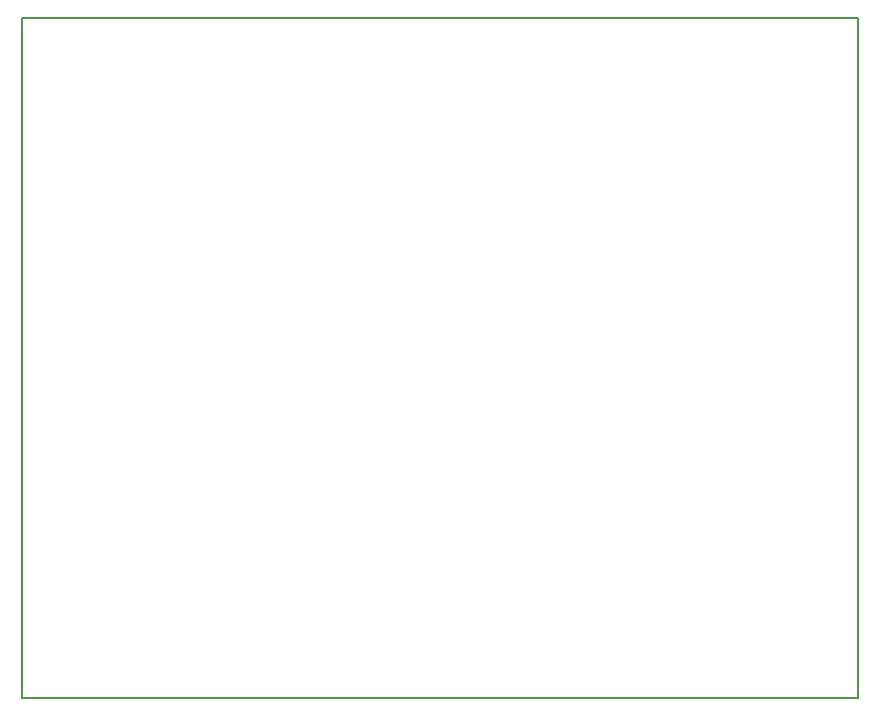
<source format=gbr>
G04 PROTEUS GERBER X2 FILE*
%TF.GenerationSoftware,Labcenter,Proteus,8.9-SP2-Build28501*%
%TF.CreationDate,2020-07-14T17:10:42+00:00*%
%TF.FileFunction,NonPlated,1,2,NPTH*%
%TF.FilePolarity,Positive*%
%TF.Part,Single*%
%TF.SameCoordinates,{7d90a529-71f2-4dae-951e-d5efde4002f7}*%
%FSLAX45Y45*%
%MOMM*%
G01*
%TA.AperFunction,Profile*%
%ADD18C,0.203200*%
%TD.AperFunction*%
D18*
X-5054600Y-1854200D02*
X+2019300Y-1854200D01*
X+2019300Y+3898900D01*
X-5054600Y+3898900D01*
X-5054600Y-1854200D01*
M02*

</source>
